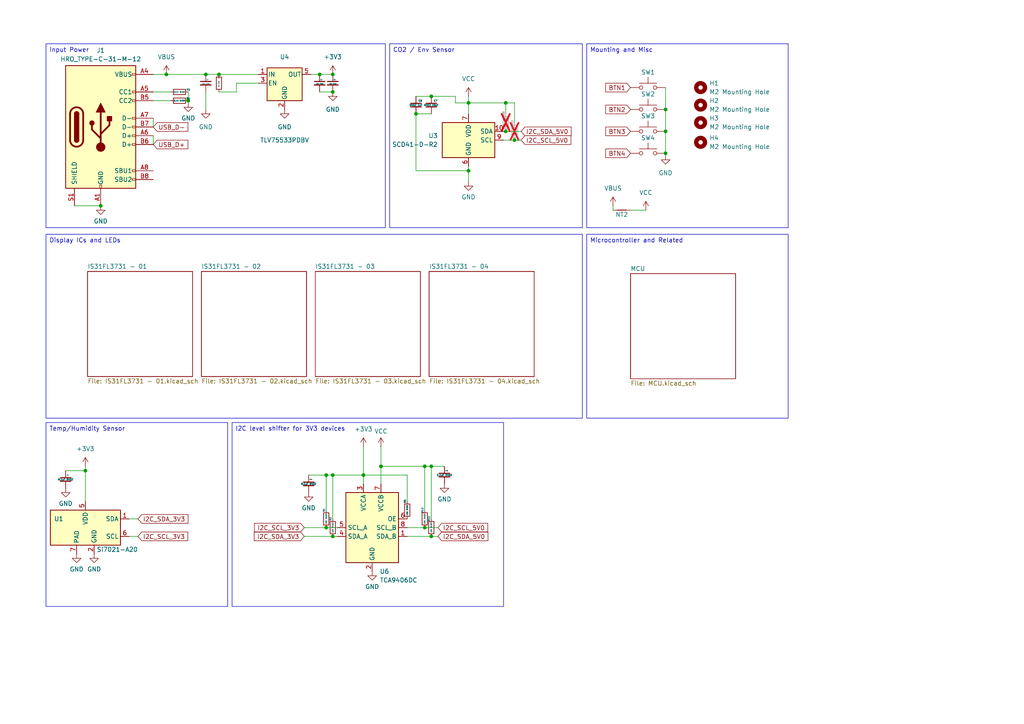
<source format=kicad_sch>
(kicad_sch (version 20231120) (generator "eeschema") (generator_version "8.0")
  (paper "A4")
  (lib_symbols
    (symbol "+3V3_1" (power) (pin_names (offset 0))
      (property "Value" "+3V3_1" (at 0 3.556 0))
      (symbol "+3V3_1_0_1"
        (polyline (pts (xy -0.762 1.27) (xy 0 2.54)))
        (polyline (pts (xy 0 0) (xy 0 2.54)))
        (polyline (pts (xy 0 2.54) (xy 0.762 1.27)))
      )
      (symbol "+3V3_1_1_1"
        (pin power_in line (at 0 0 90) (length 0) hide (name "+3V3") (number "1"))
      )
    )
    (symbol "Connector:USB_C_Receptacle_USB2.0_16P" (pin_names (offset 1.016))
      (property "Reference" "J" (at 0 22.225 0))
      (property "Value" "USB_C_Receptacle_USB2.0_16P" (at 0 19.685 0))
      (symbol "USB_C_Receptacle_USB2.0_16P_0_0"
        (rectangle (start -0.254 -17.78) (end 0.254 -16.764))
        (rectangle (start 10.16 -14.986) (end 9.144 -15.494))
        (rectangle (start 10.16 -12.446) (end 9.144 -12.954))
        (rectangle (start 10.16 -4.826) (end 9.144 -5.334))
        (rectangle (start 10.16 -2.286) (end 9.144 -2.794))
        (rectangle (start 10.16 0.254) (end 9.144 -0.254))
        (rectangle (start 10.16 2.794) (end 9.144 2.286))
        (rectangle (start 10.16 7.874) (end 9.144 7.366))
        (rectangle (start 10.16 10.414) (end 9.144 9.906))
        (rectangle (start 10.16 15.494) (end 9.144 14.986))
      )
      (symbol "USB_C_Receptacle_USB2.0_16P_0_1"
        (rectangle (start -10.16 17.78) (end 10.16 -17.78) (stroke (width 0.254)) (fill (type background)))
        (arc (start -8.89 -3.81) (mid -6.985 -5.7067) (end -5.08 -3.81) (stroke (width 0.508)))
        (arc (start -7.62 -3.81) (mid -6.985 -4.4423) (end -6.35 -3.81) (stroke (width 0.254)))
        (arc (start -7.62 -3.81) (mid -6.985 -4.4423) (end -6.35 -3.81) (stroke (width 0.254)) (fill (type outline)))
        (rectangle (start -7.62 -3.81) (end -6.35 3.81) (stroke (width 0.254)) (fill (type outline)))
        (arc (start -6.35 3.81) (mid -6.985 4.4423) (end -7.62 3.81) (stroke (width 0.254)))
        (arc (start -6.35 3.81) (mid -6.985 4.4423) (end -7.62 3.81) (stroke (width 0.254)) (fill (type outline)))
        (arc (start -5.08 3.81) (mid -6.985 5.7067) (end -8.89 3.81) (stroke (width 0.508)))
        (circle (center -2.54 1.143) (radius 0.635) (stroke (width 0.254)) (fill (type outline)))
        (circle (center 0 -5.842) (radius 1.27) (fill (type outline)))
        (polyline (pts (xy -8.89 -3.81) (xy -8.89 3.81)) (stroke (width 0.508)))
        (polyline (pts (xy -5.08 3.81) (xy -5.08 -3.81)) (stroke (width 0.508)))
        (polyline (pts (xy 0 -5.842) (xy 0 4.318)) (stroke (width 0.508)))
        (polyline (pts (xy 0 -3.302) (xy -2.54 -0.762) (xy -2.54 0.508)) (stroke (width 0.508)))
        (polyline (pts (xy 0 -2.032) (xy 2.54 0.508) (xy 2.54 1.778)) (stroke (width 0.508)))
        (polyline (pts (xy -1.27 4.318) (xy 0 6.858) (xy 1.27 4.318) (xy -1.27 4.318)) (stroke (width 0.254)) (fill (type outline)))
        (rectangle (start 1.905 1.778) (end 3.175 3.048) (stroke (width 0.254)) (fill (type outline)))
      )
      (symbol "USB_C_Receptacle_USB2.0_16P_1_1"
        (pin passive line (at 0 -22.86 90) (length 5.08) (name "GND") (number "A1"))
        (pin passive line (at 0 -22.86 90) (length 5.08) hide (name "GND") (number "A12"))
        (pin passive line (at 15.24 15.24 180) (length 5.08) (name "VBUS") (number "A4"))
        (pin bidirectional line (at 15.24 10.16 180) (length 5.08) (name "CC1") (number "A5"))
        (pin bidirectional line (at 15.24 -2.54 180) (length 5.08) (name "D+") (number "A6"))
        (pin bidirectional line (at 15.24 2.54 180) (length 5.08) (name "D-") (number "A7"))
        (pin bidirectional line (at 15.24 -12.7 180) (length 5.08) (name "SBU1") (number "A8"))
        (pin passive line (at 15.24 15.24 180) (length 5.08) hide (name "VBUS") (number "A9"))
        (pin passive line (at 0 -22.86 90) (length 5.08) hide (name "GND") (number "B1"))
        (pin passive line (at 0 -22.86 90) (length 5.08) hide (name "GND") (number "B12"))
        (pin passive line (at 15.24 15.24 180) (length 5.08) hide (name "VBUS") (number "B4"))
        (pin bidirectional line (at 15.24 7.62 180) (length 5.08) (name "CC2") (number "B5"))
        (pin bidirectional line (at 15.24 -5.08 180) (length 5.08) (name "D+") (number "B6"))
        (pin bidirectional line (at 15.24 0 180) (length 5.08) (name "D-") (number "B7"))
        (pin bidirectional line (at 15.24 -15.24 180) (length 5.08) (name "SBU2") (number "B8"))
        (pin passive line (at 15.24 15.24 180) (length 5.08) hide (name "VBUS") (number "B9"))
        (pin passive line (at -7.62 -22.86 90) (length 5.08) (name "SHIELD") (number "S1"))
      )
    )
    (symbol "Device:C_Small" (pin_numbers hide) (pin_names (offset 0.254) hide)
      (property "Reference" "C" (at 0.254 1.778 0))
      (property "Value" "C_Small" (at 0.254 -2.032 0))
      (symbol "C_Small_0_1"
        (polyline (pts (xy -1.524 -0.508) (xy 1.524 -0.508)) (stroke (width 0.3302)))
        (polyline (pts (xy -1.524 0.508) (xy 1.524 0.508)) (stroke (width 0.3048)))
      )
      (symbol "C_Small_1_1"
        (pin passive line (at 0 2.54 270) (length 2.032) (name "~") (number "1"))
        (pin passive line (at 0 -2.54 90) (length 2.032) (name "~") (number "2"))
      )
    )
    (symbol "Device:NetTie_2" (pin_numbers hide) (pin_names (offset 0) hide) (in_bom no)
      (property "Reference" "NT" (at 0 1.27 0))
      (property "Value" "NetTie_2" (at 0 -1.27 0))
      (symbol "NetTie_2_0_1"
        (polyline (pts (xy -1.27 0) (xy 1.27 0)) (stroke (width 0.254)))
      )
      (symbol "NetTie_2_1_1"
        (pin passive line (at -2.54 0 0) (length 2.54) (name "1") (number "1"))
        (pin passive line (at 2.54 0 180) (length 2.54) (name "2") (number "2"))
      )
    )
    (symbol "Device:R_Small" (pin_numbers hide) (pin_names (offset 0.254) hide)
      (property "Reference" "R" (at 0.762 0.508 0))
      (property "Value" "R_Small" (at 0.762 -1.016 0))
      (symbol "R_Small_0_1"
        (rectangle (start -0.762 1.778) (end 0.762 -1.778) (stroke (width 0.2032)))
      )
      (symbol "R_Small_1_1"
        (pin passive line (at 0 2.54 270) (length 0.762) (name "~") (number "1"))
        (pin passive line (at 0 -2.54 90) (length 0.762) (name "~") (number "2"))
      )
    )
    (symbol "GND_1" (power) (pin_names (offset 0))
      (property "Value" "GND_1" (at 0 -3.81 0))
      (symbol "GND_1_0_1"
        (polyline (pts (xy 0 0) (xy 0 -1.27) (xy 1.27 -1.27) (xy 0 -2.54) (xy -1.27 -1.27) (xy 0 -1.27)))
      )
      (symbol "GND_1_1_1"
        (pin power_in line (at 0 0 270) (length 0) hide (name "GND") (number "1"))
      )
    )
    (symbol "GND_2" (power) (pin_names (offset 0))
      (property "Value" "GND_2" (at 0 -3.81 0))
      (symbol "GND_2_0_1"
        (polyline (pts (xy 0 0) (xy 0 -1.27) (xy 1.27 -1.27) (xy 0 -2.54) (xy -1.27 -1.27) (xy 0 -1.27)))
      )
      (symbol "GND_2_1_1"
        (pin power_in line (at 0 0 270) (length 0) hide (name "GND") (number "1"))
      )
    )
    (symbol "Interface:TCA9406DC"
      (property "Reference" "U" (at -7.62 11.43 0))
      (property "Value" "TCA9406DC" (at 5.08 11.43 0))
      (symbol "TCA9406DC_0_1"
        (rectangle (start -7.62 10.16) (end 7.62 -10.16) (stroke (width 0.254)) (fill (type background)))
      )
      (symbol "TCA9406DC_1_1"
        (pin bidirectional line (at 10.16 -2.54 180) (length 2.54) (name "SDA_B") (number "1"))
        (pin power_in line (at 0 -12.7 90) (length 2.54) (name "GND") (number "2"))
        (pin power_in line (at -2.54 12.7 270) (length 2.54) (name "VCCA") (number "3"))
        (pin bidirectional line (at -10.16 -2.54 0) (length 2.54) (name "SDA_A") (number "4"))
        (pin bidirectional line (at -10.16 0 0) (length 2.54) (name "SCL_A") (number "5"))
        (pin input line (at 10.16 2.54 180) (length 2.54) (name "OE") (number "6"))
        (pin power_in line (at 2.54 12.7 270) (length 2.54) (name "VCCB") (number "7"))
        (pin bidirectional line (at 10.16 0 180) (length 2.54) (name "SCL_B") (number "8"))
      )
    )
    (symbol "Mechanical:MountingHole" (pin_names (offset 1.016))
      (property "Reference" "H" (at 0 5.08 0))
      (property "Value" "MountingHole" (at 0 3.175 0))
      (symbol "MountingHole_0_1"
        (circle (center 0 0) (radius 1.27) (stroke (width 1.27)))
      )
    )
    (symbol "Regulator_Linear:TLV75533PDBV" (pin_names (offset 0.254))
      (property "Reference" "U" (at -3.81 5.715 0))
      (property "Value" "TLV75533PDBV" (at 0 5.715 0))
      (symbol "TLV75533PDBV_0_1"
        (rectangle (start -5.08 4.445) (end 5.08 -5.08) (stroke (width 0.254)) (fill (type background)))
      )
      (symbol "TLV75533PDBV_1_1"
        (pin power_in line (at -7.62 2.54 0) (length 2.54) (name "IN") (number "1"))
        (pin power_in line (at 0 -7.62 90) (length 2.54) (name "GND") (number "2"))
        (pin input line (at -7.62 0 0) (length 2.54) (name "EN") (number "3"))
        (pin no_connect line (at 5.08 0 180) (length 2.54) hide (name "NC") (number "4"))
        (pin power_out line (at 7.62 2.54 180) (length 2.54) (name "OUT") (number "5"))
      )
    )
    (symbol "Sensor_Gas:SCD41-D-R2"
      (property "Reference" "U" (at -7.62 6.35 0))
      (property "Value" "SCD41-D-R2" (at 6.985 6.35 0))
      (symbol "SCD41-D-R2_0_1"
        (rectangle (start 7.62 5.08) (end -7.62 -5.08) (stroke (width 0.254)) (fill (type background)))
      )
      (symbol "SCD41-D-R2_1_1"
        (pin bidirectional line (at 10.16 2.54 180) (length 2.54) (name "SDA") (number "10"))
        (pin passive line (at 0 7.62 270) (length 2.54) hide (name "VDD") (number "19"))
        (pin passive line (at 0 -7.62 90) (length 2.54) hide (name "GND") (number "20"))
        (pin passive line (at 0 -7.62 90) (length 2.54) hide (name "GND") (number "21"))
        (pin power_in line (at 0 -7.62 90) (length 2.54) (name "GND") (number "6"))
        (pin power_in line (at 0 7.62 270) (length 2.54) (name "VDD") (number "7"))
        (pin input line (at 10.16 0 180) (length 2.54) (name "SCL") (number "9"))
      )
    )
    (symbol "Sensor_Humidity:Si7021-A20"
      (property "Reference" "U" (at -5.08 7.62 0))
      (property "Value" "Si7021-A20" (at -10.16 10.16 0))
      (symbol "Si7021-A20_0_1"
        (rectangle (start -10.16 5.08) (end 10.16 -5.08) (stroke (width 0.254)) (fill (type background)))
      )
      (symbol "Si7021-A20_1_1"
        (pin bidirectional line (at -12.7 2.54 0) (length 2.54) (name "SDA") (number "1"))
        (pin power_in line (at -2.54 -7.62 90) (length 2.54) (name "GND") (number "2"))
        (pin no_connect line (at 10.16 2.54 180) (length 2.54) hide (name "NC") (number "3"))
        (pin no_connect line (at 10.16 -2.54 180) (length 2.54) hide (name "NC") (number "4"))
        (pin power_in line (at 0 7.62 270) (length 2.54) (name "VDD") (number "5"))
        (pin input line (at -12.7 -2.54 0) (length 2.54) (name "SCL") (number "6"))
        (pin passive line (at 2.54 -7.62 90) (length 2.54) (name "PAD") (number "7"))
      )
    )
    (symbol "Switch:SW_Push" (pin_numbers hide) (pin_names (offset 1.016) hide)
      (property "Reference" "SW" (at 1.27 2.54 0))
      (property "Value" "SW_Push" (at 0 -1.524 0))
      (symbol "SW_Push_0_1"
        (circle (center -2.032 0) (radius 0.508))
        (polyline (pts (xy 0 1.27) (xy 0 3.048)))
        (polyline (pts (xy 2.54 1.27) (xy -2.54 1.27)))
        (circle (center 2.032 0) (radius 0.508))
        (pin passive line (at -5.08 0 0) (length 2.54) (name "1") (number "1"))
        (pin passive line (at 5.08 0 180) (length 2.54) (name "2") (number "2"))
      )
    )
    (symbol "power:+3V3" (power) (pin_names (offset 0))
      (property "Value" "+3V3" (at 0 3.556 0))
      (symbol "+3V3_0_1"
        (polyline (pts (xy -0.762 1.27) (xy 0 2.54)))
        (polyline (pts (xy 0 0) (xy 0 2.54)))
        (polyline (pts (xy 0 2.54) (xy 0.762 1.27)))
      )
      (symbol "+3V3_1_1"
        (pin power_in line (at 0 0 90) (length 0) hide (name "+3V3") (number "1"))
      )
    )
    (symbol "power:GND" (power) (pin_names (offset 0))
      (property "Value" "GND" (at 0 -3.81 0))
      (symbol "GND_0_1"
        (polyline (pts (xy 0 0) (xy 0 -1.27) (xy 1.27 -1.27) (xy 0 -2.54) (xy -1.27 -1.27) (xy 0 -1.27)))
      )
      (symbol "GND_1_1"
        (pin power_in line (at 0 0 270) (length 0) hide (name "GND") (number "1"))
      )
    )
    (symbol "power:VBUS" (power) (pin_names (offset 0))
      (property "Value" "VBUS" (at 0 3.81 0))
      (symbol "VBUS_0_1"
        (polyline (pts (xy -0.762 1.27) (xy 0 2.54)))
        (polyline (pts (xy 0 0) (xy 0 2.54)))
        (polyline (pts (xy 0 2.54) (xy 0.762 1.27)))
      )
      (symbol "VBUS_1_1"
        (pin power_in line (at 0 0 90) (length 0) hide (name "VBUS") (number "1"))
      )
    )
    (symbol "power:VCC" (power) (pin_numbers hide) (pin_names (offset 0) hide)
      (property "Value" "VCC" (at 0 3.556 0))
      (symbol "VCC_0_1"
        (polyline (pts (xy -0.762 1.27) (xy 0 2.54)))
        (polyline (pts (xy 0 0) (xy 0 2.54)))
        (polyline (pts (xy 0 2.54) (xy 0.762 1.27)))
      )
      (symbol "VCC_1_1"
        (pin power_in line (at 0 0 90) (length 0) (name "~") (number "1"))
      )
    )
  )
  (junction (at 123.19 153.035))
  (junction (at 193.04 44.45))
  (junction (at 59.69 21.59))
  (junction (at 146.685 29.845))
  (junction (at 123.19 135.255))
  (junction (at 94.615 137.795))
  (junction (at 135.89 29.845))
  (junction (at 54.61 29.21))
  (junction (at 110.49 135.255))
  (junction (at 149.225 40.64))
  (junction (at 48.26 21.59))
  (junction (at 96.52 137.795))
  (junction (at 94.615 153.035))
  (junction (at 29.21 59.69))
  (junction (at 63.5 21.59))
  (junction (at 125.095 27.94))
  (junction (at 193.04 38.1))
  (junction (at 193.04 31.75))
  (junction (at 96.52 21.59))
  (junction (at 125.095 155.575))
  (junction (at 146.685 38.1))
  (junction (at 120.65 33.02))
  (junction (at 24.765 136.525))
  (junction (at 105.41 137.795))
  (junction (at 96.52 26.67))
  (junction (at 92.71 21.59))
  (junction (at 125.095 135.255))
  (junction (at 135.89 49.53))
  (junction (at 96.52 155.575))
  (wire (pts (xy 177.8 59.69) (xy 177.8 60.96)))
  (wire (pts (xy 120.65 33.02) (xy 120.65 49.53)))
  (wire (pts (xy 44.45 36.83) (xy 44.45 34.29)))
  (wire (pts (xy 187.325 60.96) (xy 182.88 60.96)))
  (wire (pts (xy 63.5 21.59) (xy 74.93 21.59)))
  (wire (pts (xy 44.45 26.67) (xy 49.53 26.67)))
  (wire (pts (xy 110.49 135.255) (xy 110.49 140.335)))
  (wire (pts (xy 92.71 26.67) (xy 96.52 26.67)))
  (wire (pts (xy 44.45 41.91) (xy 44.45 39.37)))
  (wire (pts (xy 193.04 44.45) (xy 193.04 38.1)))
  (wire (pts (xy 24.765 136.525) (xy 24.765 145.415)))
  (wire (pts (xy 96.52 137.795) (xy 105.41 137.795)))
  (wire (pts (xy 149.225 29.845) (xy 146.685 29.845)))
  (wire (pts (xy 123.19 153.035) (xy 118.11 153.035)))
  (wire (pts (xy 48.26 21.59) (xy 44.45 21.59)))
  (wire (pts (xy 19.05 136.525) (xy 24.765 136.525)))
  (wire (pts (xy 151.13 40.64) (xy 149.225 40.64)))
  (wire (pts (xy 125.095 150.495) (xy 125.095 135.255)))
  (wire (pts (xy 92.71 21.59) (xy 96.52 21.59)))
  (wire (pts (xy 149.225 40.64) (xy 146.05 40.64)))
  (wire (pts (xy 110.49 129.54) (xy 110.49 135.255)))
  (wire (pts (xy 135.89 29.845) (xy 135.89 33.02)))
  (wire (pts (xy 37.465 150.495) (xy 40.005 150.495)))
  (wire (pts (xy 135.89 49.53) (xy 135.89 52.705)))
  (wire (pts (xy 105.41 137.795) (xy 105.41 140.335)))
  (wire (pts (xy 125.095 33.02) (xy 120.65 33.02)))
  (wire (pts (xy 149.225 35.56) (xy 149.225 29.845)))
  (wire (pts (xy 135.89 27.94) (xy 135.89 29.845)))
  (wire (pts (xy 193.04 31.75) (xy 193.04 25.4)))
  (wire (pts (xy 88.265 153.035) (xy 94.615 153.035)))
  (wire (pts (xy 120.65 27.94) (xy 125.095 27.94)))
  (wire (pts (xy 146.685 29.845) (xy 135.89 29.845)))
  (wire (pts (xy 128.905 135.255) (xy 125.095 135.255)))
  (wire (pts (xy 48.26 21.59) (xy 59.69 21.59)))
  (wire (pts (xy 94.615 153.035) (xy 97.79 153.035)))
  (wire (pts (xy 125.095 155.575) (xy 118.11 155.575)))
  (wire (pts (xy 132.08 29.845) (xy 135.89 29.845)))
  (wire (pts (xy 105.41 137.795) (xy 118.11 137.795)))
  (wire (pts (xy 123.19 147.955) (xy 123.19 135.255)))
  (wire (pts (xy 151.13 38.1) (xy 146.685 38.1)))
  (wire (pts (xy 146.685 33.02) (xy 146.685 29.845)))
  (wire (pts (xy 44.45 29.21) (xy 49.53 29.21)))
  (wire (pts (xy 127 153.035) (xy 123.19 153.035)))
  (wire (pts (xy 24.765 135.255) (xy 24.765 136.525)))
  (wire (pts (xy 123.19 135.255) (xy 125.095 135.255)))
  (wire (pts (xy 96.52 155.575) (xy 97.79 155.575)))
  (wire (pts (xy 54.61 29.21) (xy 54.61 26.67)))
  (wire (pts (xy 125.095 27.94) (xy 132.08 27.94)))
  (wire (pts (xy 118.11 145.415) (xy 118.11 137.795)))
  (wire (pts (xy 88.265 155.575) (xy 96.52 155.575)))
  (wire (pts (xy 68.58 24.13) (xy 74.93 24.13)))
  (wire (pts (xy 127 155.575) (xy 125.095 155.575)))
  (wire (pts (xy 37.465 155.575) (xy 40.005 155.575)))
  (wire (pts (xy 96.52 150.495) (xy 96.52 137.795)))
  (wire (pts (xy 63.5 26.67) (xy 68.58 26.67)))
  (wire (pts (xy 135.89 48.26) (xy 135.89 49.53)))
  (wire (pts (xy 29.21 59.69) (xy 21.59 59.69)))
  (wire (pts (xy 89.535 137.795) (xy 94.615 137.795)))
  (wire (pts (xy 110.49 135.255) (xy 123.19 135.255)))
  (wire (pts (xy 54.61 29.845) (xy 54.61 29.21)))
  (wire (pts (xy 105.41 129.54) (xy 105.41 137.795)))
  (wire (pts (xy 59.69 21.59) (xy 63.5 21.59)))
  (wire (pts (xy 193.04 38.1) (xy 193.04 31.75)))
  (wire (pts (xy 59.69 31.75) (xy 59.69 26.67)))
  (wire (pts (xy 94.615 137.795) (xy 96.52 137.795)))
  (wire (pts (xy 120.65 49.53) (xy 135.89 49.53)))
  (wire (pts (xy 193.04 45.085) (xy 193.04 44.45)))
  (wire (pts (xy 68.58 26.67) (xy 68.58 24.13)))
  (wire (pts (xy 94.615 137.795) (xy 94.615 147.955)))
  (wire (pts (xy 90.17 21.59) (xy 92.71 21.59)))
  (wire (pts (xy 146.685 38.1) (xy 146.05 38.1)))
  (wire (pts (xy 132.08 27.94) (xy 132.08 29.845)))
  (text_box "CO2 / Env Sensor" (at 113.03 12.7 0) (size 55.88 53.34) (effects (font (size 1.27 1.27)) (justify left top)))
  (text_box "Temp/Humidity Sensor" (at 13.335 122.555 0) (size 52.705 53.34) (effects (font (size 1.27 1.27)) (justify left top)))
  (text_box "Mounting and Misc" (at 170.18 12.7 0) (size 58.42 53.34) (effects (font (size 1.27 1.27)) (justify left top)))
  (text_box "I2C level shifter for 3V3 devices" (at 67.31 122.555 0) (size 78.74 53.34) (effects (font (size 1.27 1.27)) (justify left top)))
  (text_box "Input Power" (at 13.335 12.7 0) (size 98.425 53.34) (effects (font (size 1.27 1.27)) (justify left top)))
  (text_box "Microcontroller and Related" (at 170.18 67.945 0) (size 58.42 53.34) (effects (font (size 1.27 1.27)) (justify left top)))
  (text_box "Display ICs and LEDs" (at 13.335 67.945 0) (size 155.575 53.34) (effects (font (size 1.27 1.27)) (justify left top)))
  (global_label "BTN3" (shape input) (at 182.88 38.1 180) (property "Intersheetrefs" "${INTERSHEET_REFS}" (effects (hide yes))))
  (global_label "BTN4" (shape input) (at 182.88 44.45 180) (property "Intersheetrefs" "${INTERSHEET_REFS}" (effects (hide yes))))
  (global_label "I2C_SDA_3V3" (shape input) (at 40.005 150.495 0) (property "Intersheetrefs" "${INTERSHEET_REFS}" (effects (hide yes))))
  (global_label "I2C_SCL_5V0" (shape input) (at 151.13 40.64 0) (property "Intersheetrefs" "${INTERSHEET_REFS}" (effects (hide yes))))
  (global_label "I2C_SCL_3V3" (shape input) (at 88.265 153.035 180) (property "Intersheetrefs" "${INTERSHEET_REFS}" (effects (hide yes))))
  (global_label "I2C_SCL_3V3" (shape input) (at 40.005 155.575 0) (property "Intersheetrefs" "${INTERSHEET_REFS}" (effects (hide yes))))
  (global_label "I2C_SCL_5V0" (shape input) (at 127 153.035 0) (property "Intersheetrefs" "${INTERSHEET_REFS}" (effects (hide yes))))
  (global_label "USB_D-" (shape input) (at 44.45 36.83 0) (property "Intersheetrefs" "${INTERSHEET_REFS}" (effects (hide yes))))
  (global_label "BTN1" (shape input) (at 182.88 25.4 180) (property "Intersheetrefs" "${INTERSHEET_REFS}" (effects (hide yes))))
  (global_label "I2C_SDA_3V3" (shape input) (at 88.265 155.575 180) (property "Intersheetrefs" "${INTERSHEET_REFS}" (effects (hide yes))))
  (global_label "BTN2" (shape input) (at 182.88 31.75 180) (property "Intersheetrefs" "${INTERSHEET_REFS}" (effects (hide yes))))
  (global_label "I2C_SDA_5V0" (shape input) (at 127 155.575 0) (property "Intersheetrefs" "${INTERSHEET_REFS}" (effects (hide yes))))
  (global_label "USB_D+" (shape input) (at 44.45 41.91 0) (property "Intersheetrefs" "${INTERSHEET_REFS}" (effects (hide yes))))
  (global_label "I2C_SDA_5V0" (shape input) (at 151.13 38.1 0) (property "Intersheetrefs" "${INTERSHEET_REFS}" (effects (hide yes))))
  (symbol (lib_id "Interface:TCA9406DC") (at 107.95 153.035 0) (unit 1)
    (property "Reference" "U6" (at 110.1441 165.735 0) (effects (justify left)))
    (property "Value" "TCA9406DC" (at 110.1441 168.275 0) (effects (justify left)))
    (property "Footprint" "Package_SO:VSSOP-8_2.3x2mm_P0.5mm" (effects (hide yes)))
    (property "Datasheet" "www.ti.com/lit/ds/symlink/tca9406.pdf" (effects (hide yes)))
    (property "Description" "2-Bit Bidirectional 1-MHz, I2C Bus and SMBus Voltage-Level Translator With 8-kV HBM ESD" (effects (hide yes)))
  )
  (symbol (lib_id "Mechanical:MountingHole") (at 203.2 30.48 0) (unit 1)
    (property "Reference" "H2" (at 205.74 29.21 0) (effects (justify left)))
    (property "Value" "M2 Mounting Hole" (at 205.74 31.75 0) (effects (justify left)))
    (property "Footprint" "MountingHole:MountingHole_2.2mm_M2" (effects (hide yes)))
  )
  (symbol (lib_id "power:GND") (at 27.305 160.655 0) (unit 1)
    (property "Reference" "#PWR04" (effects (hide yes)))
    (property "Value" "GND" (at 27.305 165.1 0))
  )
  (symbol (lib_id "power:GND") (at 19.05 141.605 0) (unit 1)
    (property "Reference" "#PWR01" (effects (hide yes)))
    (property "Value" "GND" (at 19.05 146.05 0))
  )
  (symbol (lib_id "Switch:SW_Push") (at 187.96 44.45 0) (unit 1)
    (property "Reference" "SW4" (at 187.96 40.005 0))
    (property "Value" "SW_Push" (effects (hide yes)))
    (property "Footprint" "Button_Switch_Keyboard:SW_Cherry_MX_1.00u_PCB" (effects (hide yes)))
  )
  (symbol (lib_id "power:VCC") (at 135.89 27.94 0) (unit 1)
    (property "Reference" "#PWR016" (effects (hide yes)))
    (property "Value" "VCC" (at 135.89 22.86 0))
    (property "Description" "Power symbol creates a global label with name \"VCC\"" (effects (hide yes)))
  )
  (symbol (lib_id "Device:R_Small") (at 125.095 153.035 180) (unit 1)
    (property "Reference" "R13" (at 124.46 150.495 90) (effects (font (size 0.5 0.5))))
    (property "Value" "10K 0402" (at 125.095 153.035 90) (effects (font (size 0.4 0.4))))
    (property "Footprint" "Resistor_SMD:R_0402_1005Metric" (effects (hide yes)))
  )
  (symbol (lib_id "Device:R_Small") (at 123.19 150.495 180) (unit 1)
    (property "Reference" "R12" (at 122.555 147.955 90) (effects (font (size 0.5 0.5))))
    (property "Value" "10K 0402" (at 123.19 150.495 90) (effects (font (size 0.4 0.4))))
    (property "Footprint" "Resistor_SMD:R_0402_1005Metric" (effects (hide yes)))
  )
  (symbol (lib_name "GND_1") (lib_id "power:GND") (at 59.69 31.75 0) (unit 1)
    (property "Reference" "#PWR08" (effects (hide yes)))
    (property "Value" "GND" (at 59.69 36.83 0))
  )
  (symbol (lib_id "Device:C_Small") (at 96.52 24.13 0) (unit 1)
    (property "Reference" "C5" (at 96.774 23.114 0) (effects (font (size 0.25 0.25)) (justify left)))
    (property "Value" "10uF 0402" (at 95.504 24.257 0) (effects (font (size 0.25 0.25)) (justify left)))
    (property "Footprint" "Capacitor_SMD:C_0402_1005Metric" (effects (hide yes)))
  )
  (symbol (lib_id "Device:C_Small") (at 59.69 24.13 0) (unit 1)
    (property "Reference" "C2" (at 59.944 23.114 0) (effects (font (size 0.25 0.25)) (justify left)))
    (property "Value" "10uF 0402" (at 58.674 24.257 0) (effects (font (size 0.25 0.25)) (justify left)))
    (property "Footprint" "Capacitor_SMD:C_0402_1005Metric" (effects (hide yes)))
  )
  (symbol (lib_id "power:+3V3") (at 24.765 135.255 0) (mirror y) (unit 1)
    (property "Reference" "#PWR03" (effects (hide yes)))
    (property "Value" "+3V3" (at 24.765 130.175 0))
  )
  (symbol (lib_id "power:VBUS") (at 177.8 59.69 0) (unit 1)
    (property "Reference" "#PWR018" (effects (hide yes)))
    (property "Value" "VBUS" (at 177.8 54.61 0))
  )
  (symbol (lib_id "Device:R_Small") (at 63.5 24.13 0) (unit 1)
    (property "Reference" "R7" (at 63.5 22.733 0) (effects (font (size 0.25 0.25))))
    (property "Value" "10K 0402" (at 63.5 24.384 90) (effects (font (size 0.25 0.25))))
    (property "Footprint" "Resistor_SMD:R_0402_1005Metric" (effects (hide yes)))
  )
  (symbol (lib_id "Connector:USB_C_Receptacle_USB2.0_16P") (at 29.21 36.83 0) (unit 1)
    (property "Reference" "J1" (at 29.21 14.605 0))
    (property "Value" "HRO_TYPE-C-31-M-12" (at 29.21 17.145 0))
    (property "Footprint" "Connector_USB:USB_C_Receptacle_HRO_TYPE-C-31-M-12" (effects (hide yes)))
    (property "Datasheet" "https://www.usb.org/sites/default/files/documents/usb_type-c.zip" (effects (hide yes)))
  )
  (symbol (lib_id "Device:R_Small") (at 149.225 38.1 180) (unit 1) (on_board no) (dnp yes)
    (property "Reference" "R11" (at 148.59 35.56 90) (effects (font (size 0.5 0.5))))
    (property "Value" "10K 0402" (at 149.225 38.1 90) (effects (font (size 0.4 0.4))))
    (property "Footprint" "Resistor_SMD:R_0402_1005Metric" (effects (hide yes)))
  )
  (symbol (lib_id "Device:R_Small") (at 52.07 26.67 90) (unit 1)
    (property "Reference" "R3" (at 54.61 26.035 90) (effects (font (size 0.5 0.5))))
    (property "Value" "5.1K 0402" (at 52.07 26.67 90) (effects (font (size 0.4 0.4))))
    (property "Footprint" "Resistor_SMD:R_0402_1005Metric" (effects (hide yes)))
  )
  (symbol (lib_id "Device:C_Small") (at 125.095 30.48 0) (unit 1)
    (property "Reference" "C7" (at 126.365 29.21 0) (effects (font (size 0.5 0.5))))
    (property "Value" "0402 10uF" (at 125.095 30.48 0) (effects (font (size 0.5 0.5))))
    (property "Footprint" "Capacitor_SMD:C_0402_1005Metric" (effects (hide yes)))
  )
  (symbol (lib_id "power:VCC") (at 110.49 129.54 0) (unit 1)
    (property "Reference" "#PWR069" (effects (hide yes)))
    (property "Value" "VCC" (at 110.49 125.095 0))
    (property "Description" "Power symbol creates a global label with name \"VCC\"" (effects (hide yes)))
  )
  (symbol (lib_id "Mechanical:MountingHole") (at 203.2 35.56 0) (unit 1)
    (property "Reference" "H3" (at 205.74 34.29 0) (effects (justify left)))
    (property "Value" "M2 Mounting Hole" (at 205.74 36.83 0) (effects (justify left)))
    (property "Footprint" "MountingHole:MountingHole_2.2mm_M2" (effects (hide yes)))
  )
  (symbol (lib_name "GND_1") (lib_id "power:GND") (at 82.55 31.75 0) (unit 1)
    (property "Reference" "#PWR013" (effects (hide yes)))
    (property "Value" "GND" (at 82.55 36.83 0))
  )
  (symbol (lib_id "power:GND") (at 29.21 59.69 0) (unit 1)
    (property "Reference" "#PWR05" (effects (hide yes)))
    (property "Value" "GND" (at 29.21 64.135 0))
  )
  (symbol (lib_id "power:VBUS") (at 48.26 21.59 0) (unit 1)
    (property "Reference" "#PWR06" (effects (hide yes)))
    (property "Value" "VBUS" (at 48.26 16.51 0))
  )
  (symbol (lib_id "Device:C_Small") (at 128.905 137.795 0) (unit 1)
    (property "Reference" "C46" (at 129.54 136.525 0) (effects (font (size 0.25 0.25))))
    (property "Value" "0.1uF 0402" (at 128.905 137.795 0) (effects (font (size 0.5 0.5))))
    (property "Footprint" "Capacitor_SMD:C_0402_1005Metric" (effects (hide yes)))
  )
  (symbol (lib_id "Device:R_Small") (at 118.11 147.955 180) (unit 1)
    (property "Reference" "R5" (at 117.475 145.415 90) (effects (font (size 0.5 0.5))))
    (property "Value" "10K 0402" (at 118.11 147.955 90) (effects (font (size 0.4 0.4))))
    (property "Footprint" "Resistor_SMD:R_0402_1005Metric" (effects (hide yes)))
  )
  (symbol (lib_id "Device:R_Small") (at 94.615 150.495 180) (unit 1)
    (property "Reference" "R1" (at 93.98 147.955 90) (effects (font (size 0.5 0.5))))
    (property "Value" "10K 0402" (at 94.615 150.495 90) (effects (font (size 0.4 0.4))))
    (property "Footprint" "Resistor_SMD:R_0402_1005Metric" (effects (hide yes)))
  )
  (symbol (lib_id "Switch:SW_Push") (at 187.96 38.1 0) (unit 1)
    (property "Reference" "SW3" (at 187.96 33.655 0))
    (property "Value" "SW_Push" (effects (hide yes)))
    (property "Footprint" "Button_Switch_Keyboard:SW_Cherry_MX_1.00u_PCB" (effects (hide yes)))
  )
  (symbol (lib_id "Device:R_Small") (at 146.685 35.56 180) (unit 1) (on_board no) (dnp yes)
    (property "Reference" "R10" (at 146.05 33.02 90) (effects (font (size 0.5 0.5))))
    (property "Value" "10K 0402" (at 146.685 35.56 90) (effects (font (size 0.4 0.4))))
    (property "Footprint" "Resistor_SMD:R_0402_1005Metric" (effects (hide yes)))
  )
  (symbol (lib_id "Mechanical:MountingHole") (at 203.2 25.4 0) (unit 1)
    (property "Reference" "H1" (at 205.74 24.13 0) (effects (justify left)))
    (property "Value" "M2 Mounting Hole" (at 205.74 26.67 0) (effects (justify left)))
    (property "Footprint" "MountingHole:MountingHole_2.2mm_M2" (effects (hide yes)))
  )
  (symbol (lib_id "Regulator_Linear:TLV75533PDBV") (at 82.55 24.13 0) (unit 1)
    (property "Reference" "U4" (at 82.55 16.51 0))
    (property "Value" "TLV75533PDBV" (at 82.55 40.64 0))
    (property "Footprint" "Package_TO_SOT_SMD:SOT-23-5" (effects (hide yes)))
    (property "Datasheet" "http://www.ti.com/lit/ds/symlink/tlv755p.pdf" (effects (hide yes)))
    (property "Description" "500mA Low Dropout Voltage Regulator, Fixed Output 3.3V, SOT-23-5" (effects (hide yes)))
  )
  (symbol (lib_id "power:VCC") (at 187.325 60.96 0) (unit 1)
    (property "Reference" "#PWR020" (effects (hide yes)))
    (property "Value" "VCC" (at 187.325 55.88 0))
    (property "Description" "Power symbol creates a global label with name \"VCC\"" (effects (hide yes)))
  )
  (symbol (lib_id "power:GND") (at 22.225 160.655 0) (unit 1)
    (property "Reference" "#PWR02" (effects (hide yes)))
    (property "Value" "GND" (at 22.225 165.1 0))
  )
  (symbol (lib_id "Device:NetTie_2") (at 180.34 60.96 0) (unit 1) (in_bom no)
    (property "Reference" "NT2" (at 180.34 62.23 0))
    (property "Value" "NetTie_2" (effects (hide yes)))
    (property "Footprint" "NetTie:NetTie-2_THT_Pad1.0mm" (effects (hide yes)))
    (property "Description" "Net tie, 2 pins" (effects (hide yes)))
  )
  (symbol (lib_id "power:GND") (at 193.04 45.085 0) (unit 1)
    (property "Reference" "#PWR021" (effects (hide yes)))
    (property "Value" "GND" (at 193.04 50.165 0))
  )
  (symbol (lib_id "Sensor_Gas:SCD41-D-R2") (at 135.89 40.64 0) (unit 1)
    (property "Reference" "U3" (at 127 39.37 0) (effects (justify right)))
    (property "Value" "SCD41-D-R2" (at 127 41.91 0) (effects (justify right)))
    (property "Footprint" "Sensor:Sensirion_SCD4x-1EP_10.1x10.1mm_P1.25mm_EP4.8x4.8mm" (effects (hide yes)))
    (property "Datasheet" "https://sensirion.com/media/documents/E0F04247/631EF271/CD_DS_SCD40_SCD41_Datasheet_D1.pdf" (effects (hide yes)))
  )
  (symbol (lib_id "power:GND") (at 89.535 142.875 0) (unit 1)
    (property "Reference" "#PWR010" (effects (hide yes)))
    (property "Value" "GND" (at 89.535 147.32 0))
  )
  (symbol (lib_id "power:GND") (at 54.61 29.845 0) (unit 1)
    (property "Reference" "#PWR07" (effects (hide yes)))
    (property "Value" "GND" (at 54.61 34.29 0))
  )
  (symbol (lib_name "GND_2") (lib_id "power:GND") (at 96.52 26.67 0) (unit 1)
    (property "Reference" "#PWR015" (effects (hide yes)))
    (property "Value" "GND" (at 96.52 31.75 0))
  )
  (symbol (lib_id "Mechanical:MountingHole") (at 203.2 41.275 0) (unit 1)
    (property "Reference" "H4" (at 205.74 40.005 0) (effects (justify left)))
    (property "Value" "M2 Mounting Hole" (at 205.74 42.545 0) (effects (justify left)))
    (property "Footprint" "MountingHole:MountingHole_2.2mm_M2" (effects (hide yes)))
  )
  (symbol (lib_id "Device:R_Small") (at 52.07 29.21 90) (unit 1)
    (property "Reference" "R4" (at 54.61 28.575 90) (effects (font (size 0.5 0.5))))
    (property "Value" "5.1K 0402" (at 52.07 29.21 90) (effects (font (size 0.4 0.4))))
    (property "Footprint" "Resistor_SMD:R_0402_1005Metric" (effects (hide yes)))
  )
  (symbol (lib_id "Device:C_Small") (at 19.05 139.065 0) (unit 1)
    (property "Reference" "C1" (at 19.685 137.795 0) (effects (font (size 0.25 0.25))))
    (property "Value" "0.1uF 0402" (at 19.05 139.065 0) (effects (font (size 0.5 0.5))))
    (property "Footprint" "Capacitor_SMD:C_0402_1005Metric" (effects (hide yes)))
  )
  (symbol (lib_id "Device:C_Small") (at 89.535 140.335 0) (unit 1)
    (property "Reference" "C45" (at 90.17 139.065 0) (effects (font (size 0.25 0.25))))
    (property "Value" "0.1uF 0402" (at 89.535 140.335 0) (effects (font (size 0.5 0.5))))
    (property "Footprint" "Capacitor_SMD:C_0402_1005Metric" (effects (hide yes)))
  )
  (symbol (lib_id "Device:C_Small") (at 92.71 24.13 0) (unit 1)
    (property "Reference" "C4" (at 92.964 23.114 0) (effects (font (size 0.25 0.25)) (justify left)))
    (property "Value" "10uF 0402" (at 91.694 24.257 0) (effects (font (size 0.25 0.25)) (justify left)))
    (property "Footprint" "Capacitor_SMD:C_0402_1005Metric" (effects (hide yes)))
  )
  (symbol (lib_id "Switch:SW_Push") (at 187.96 25.4 0) (unit 1)
    (property "Reference" "SW1" (at 187.96 20.955 0))
    (property "Value" "SW_Push" (effects (hide yes)))
    (property "Footprint" "Button_Switch_Keyboard:SW_Cherry_MX_1.00u_PCB" (effects (hide yes)))
  )
  (symbol (lib_id "power:GND") (at 135.89 52.705 0) (unit 1)
    (property "Reference" "#PWR017" (effects (hide yes)))
    (property "Value" "GND" (at 135.89 57.15 0))
  )
  (symbol (lib_id "Device:R_Small") (at 96.52 153.035 180) (unit 1)
    (property "Reference" "R2" (at 95.885 150.495 90) (effects (font (size 0.5 0.5))))
    (property "Value" "10K 0402" (at 96.52 153.035 90) (effects (font (size 0.4 0.4))))
    (property "Footprint" "Resistor_SMD:R_0402_1005Metric" (effects (hide yes)))
  )
  (symbol (lib_name "+3V3_1") (lib_id "power:+3V3") (at 96.52 21.59 0) (unit 1)
    (property "Reference" "#PWR014" (effects (hide yes)))
    (property "Value" "+3V3" (at 96.52 16.51 0))
  )
  (symbol (lib_id "power:+3V3") (at 105.41 129.54 0) (mirror y) (unit 1)
    (property "Reference" "#PWR023" (effects (hide yes)))
    (property "Value" "+3V3" (at 105.41 124.46 0))
  )
  (symbol (lib_id "power:GND") (at 128.905 140.335 0) (unit 1)
    (property "Reference" "#PWR011" (effects (hide yes)))
    (property "Value" "GND" (at 128.905 144.78 0))
  )
  (symbol (lib_id "Switch:SW_Push") (at 187.96 31.75 0) (unit 1)
    (property "Reference" "SW2" (at 187.96 27.305 0))
    (property "Value" "SW_Push" (effects (hide yes)))
    (property "Footprint" "Button_Switch_Keyboard:SW_Cherry_MX_1.00u_PCB" (effects (hide yes)))
  )
  (symbol (lib_id "Sensor_Humidity:Si7021-A20") (at 24.765 153.035 0) (mirror y) (unit 1)
    (property "Reference" "U1" (at 18.415 150.495 0) (effects (justify left)))
    (property "Value" "Si7021-A20" (at 40.005 159.385 0) (effects (justify left)))
    (property "Footprint" "Package_DFN_QFN:DFN-6-1EP_3x3mm_P1mm_EP1.5x2.4mm" (effects (hide yes)))
    (property "Datasheet" "https://www.silabs.com/documents/public/data-sheets/Si7021-A20.pdf" (effects (hide yes)))
  )
  (symbol (lib_id "power:GND") (at 107.95 165.735 0) (unit 1)
    (property "Reference" "#PWR09" (effects (hide yes)))
    (property "Value" "GND" (at 107.95 170.18 0))
  )
  (symbol (lib_id "Device:C_Small") (at 120.65 30.48 0) (unit 1)
    (property "Reference" "C6" (at 121.92 29.21 0) (effects (font (size 0.5 0.5))))
    (property "Value" "0402 1uF" (at 120.65 30.48 0) (effects (font (size 0.5 0.5))))
    (property "Footprint" "Capacitor_SMD:C_0402_1005Metric" (effects (hide yes)))
  )
  (sheet (at 124.46 78.74) (size 30.48 30.48) (stroke (width 0.1524))
    (property "Sheetname" "IS31FL3731 - 04" (at 124.46 78.0284 0) (effects (justify left bottom)))
    (property "Sheetfile" "IS31FL3731 - 04.kicad_sch" (at 124.46 109.8046 0) (effects (justify left top)))
  )
  (sheet (at 91.44 78.74) (size 30.48 30.48) (stroke (width 0.1524))
    (property "Sheetname" "IS31FL3731 - 03" (at 91.44 78.0284 0) (effects (justify left bottom)))
    (property "Sheetfile" "IS31FL3731 - 03.kicad_sch" (at 91.44 109.8046 0) (effects (justify left top)))
  )
  (sheet (at 25.4 78.74) (size 30.48 30.48) (stroke (width 0.1524))
    (property "Sheetname" "IS31FL3731 - 01" (at 25.4 78.0284 0) (effects (justify left bottom)))
    (property "Sheetfile" "IS31FL3731 - 01.kicad_sch" (at 25.4 109.8046 0) (effects (justify left top)))
  )
  (sheet (at 58.42 78.74) (size 30.48 30.48) (stroke (width 0.1524))
    (property "Sheetname" "IS31FL3731 - 02" (at 58.42 78.0284 0) (effects (justify left bottom)))
    (property "Sheetfile" "IS31FL3731 - 02.kicad_sch" (at 58.42 109.8046 0) (effects (justify left top)))
  )
  (sheet (at 182.88 79.375) (size 30.48 30.48) (stroke (width 0.1524))
    (property "Sheetname" "MCU" (at 182.88 78.6634 0) (effects (justify left bottom)))
    (property "Sheetfile" "MCU.kicad_sch" (at 182.88 110.4396 0) (effects (justify left top)))
  )
)
</source>
